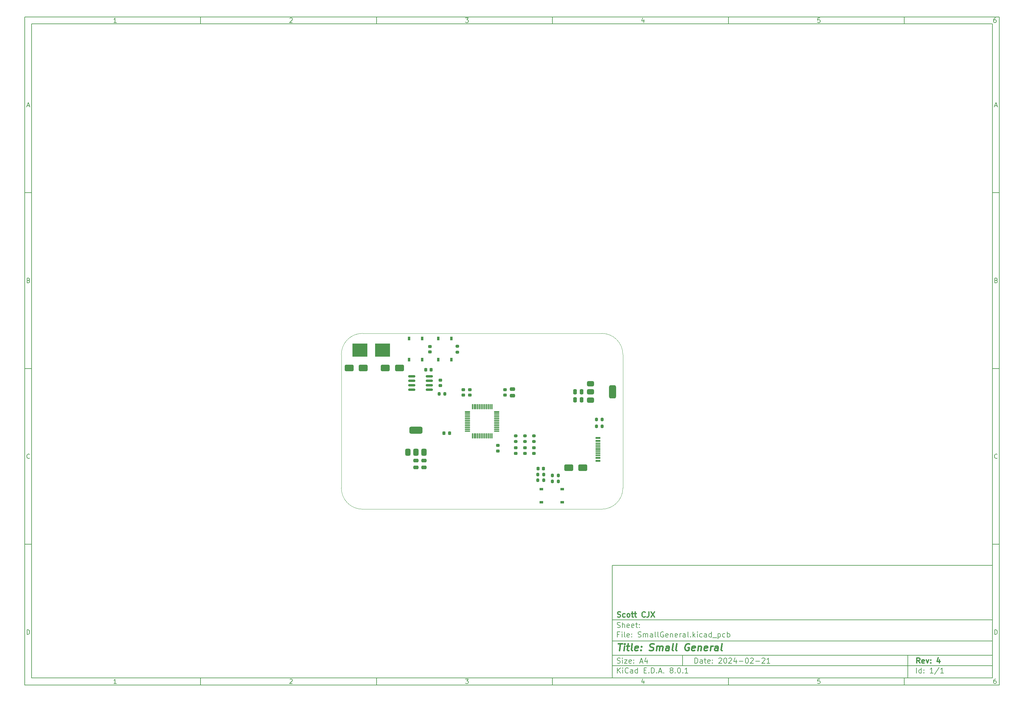
<source format=gbr>
%TF.GenerationSoftware,KiCad,Pcbnew,8.0.1*%
%TF.CreationDate,2024-03-19T23:03:32+08:00*%
%TF.ProjectId,SmallGeneral,536d616c-6c47-4656-9e65-72616c2e6b69,4*%
%TF.SameCoordinates,Original*%
%TF.FileFunction,Paste,Top*%
%TF.FilePolarity,Positive*%
%FSLAX46Y46*%
G04 Gerber Fmt 4.6, Leading zero omitted, Abs format (unit mm)*
G04 Created by KiCad (PCBNEW 8.0.1) date 2024-03-19 23:03:32*
%MOMM*%
%LPD*%
G01*
G04 APERTURE LIST*
G04 Aperture macros list*
%AMRoundRect*
0 Rectangle with rounded corners*
0 $1 Rounding radius*
0 $2 $3 $4 $5 $6 $7 $8 $9 X,Y pos of 4 corners*
0 Add a 4 corners polygon primitive as box body*
4,1,4,$2,$3,$4,$5,$6,$7,$8,$9,$2,$3,0*
0 Add four circle primitives for the rounded corners*
1,1,$1+$1,$2,$3*
1,1,$1+$1,$4,$5*
1,1,$1+$1,$6,$7*
1,1,$1+$1,$8,$9*
0 Add four rect primitives between the rounded corners*
20,1,$1+$1,$2,$3,$4,$5,0*
20,1,$1+$1,$4,$5,$6,$7,0*
20,1,$1+$1,$6,$7,$8,$9,0*
20,1,$1+$1,$8,$9,$2,$3,0*%
G04 Aperture macros list end*
%ADD10C,0.100000*%
%ADD11C,0.150000*%
%ADD12C,0.300000*%
%ADD13C,0.400000*%
%ADD14RoundRect,0.250000X0.475000X-0.250000X0.475000X0.250000X-0.475000X0.250000X-0.475000X-0.250000X0*%
%ADD15RoundRect,0.250000X-0.475000X0.250000X-0.475000X-0.250000X0.475000X-0.250000X0.475000X0.250000X0*%
%ADD16RoundRect,0.200000X0.200000X0.275000X-0.200000X0.275000X-0.200000X-0.275000X0.200000X-0.275000X0*%
%ADD17RoundRect,0.250000X-1.000000X-0.650000X1.000000X-0.650000X1.000000X0.650000X-1.000000X0.650000X0*%
%ADD18RoundRect,0.075000X-0.662500X-0.075000X0.662500X-0.075000X0.662500X0.075000X-0.662500X0.075000X0*%
%ADD19RoundRect,0.075000X-0.075000X-0.662500X0.075000X-0.662500X0.075000X0.662500X-0.075000X0.662500X0*%
%ADD20RoundRect,0.225000X0.225000X0.250000X-0.225000X0.250000X-0.225000X-0.250000X0.225000X-0.250000X0*%
%ADD21RoundRect,0.225000X-0.250000X0.225000X-0.250000X-0.225000X0.250000X-0.225000X0.250000X0.225000X0*%
%ADD22RoundRect,0.225000X0.250000X-0.225000X0.250000X0.225000X-0.250000X0.225000X-0.250000X-0.225000X0*%
%ADD23RoundRect,0.218750X-0.256250X0.218750X-0.256250X-0.218750X0.256250X-0.218750X0.256250X0.218750X0*%
%ADD24RoundRect,0.225000X-0.225000X-0.250000X0.225000X-0.250000X0.225000X0.250000X-0.225000X0.250000X0*%
%ADD25RoundRect,0.150000X0.825000X0.150000X-0.825000X0.150000X-0.825000X-0.150000X0.825000X-0.150000X0*%
%ADD26R,0.750000X1.000000*%
%ADD27RoundRect,0.375000X0.375000X-0.625000X0.375000X0.625000X-0.375000X0.625000X-0.375000X-0.625000X0*%
%ADD28RoundRect,0.500000X1.400000X-0.500000X1.400000X0.500000X-1.400000X0.500000X-1.400000X-0.500000X0*%
%ADD29RoundRect,0.200000X0.275000X-0.200000X0.275000X0.200000X-0.275000X0.200000X-0.275000X-0.200000X0*%
%ADD30R,4.240000X3.810000*%
%ADD31R,1.450000X0.600000*%
%ADD32R,1.450000X0.300000*%
%ADD33R,1.000000X0.750000*%
%ADD34RoundRect,0.200000X-0.200000X-0.275000X0.200000X-0.275000X0.200000X0.275000X-0.200000X0.275000X0*%
%ADD35RoundRect,0.250000X0.250000X0.475000X-0.250000X0.475000X-0.250000X-0.475000X0.250000X-0.475000X0*%
%ADD36RoundRect,0.250000X1.000000X0.650000X-1.000000X0.650000X-1.000000X-0.650000X1.000000X-0.650000X0*%
%ADD37RoundRect,0.375000X-0.625000X-0.375000X0.625000X-0.375000X0.625000X0.375000X-0.625000X0.375000X0*%
%ADD38RoundRect,0.500000X-0.500000X-1.400000X0.500000X-1.400000X0.500000X1.400000X-0.500000X1.400000X0*%
%TA.AperFunction,Profile*%
%ADD39C,0.100000*%
%TD*%
G04 APERTURE END LIST*
D10*
D11*
X177002200Y-166007200D02*
X285002200Y-166007200D01*
X285002200Y-198007200D01*
X177002200Y-198007200D01*
X177002200Y-166007200D01*
D10*
D11*
X10000000Y-10000000D02*
X287002200Y-10000000D01*
X287002200Y-200007200D01*
X10000000Y-200007200D01*
X10000000Y-10000000D01*
D10*
D11*
X12000000Y-12000000D02*
X285002200Y-12000000D01*
X285002200Y-198007200D01*
X12000000Y-198007200D01*
X12000000Y-12000000D01*
D10*
D11*
X60000000Y-12000000D02*
X60000000Y-10000000D01*
D10*
D11*
X110000000Y-12000000D02*
X110000000Y-10000000D01*
D10*
D11*
X160000000Y-12000000D02*
X160000000Y-10000000D01*
D10*
D11*
X210000000Y-12000000D02*
X210000000Y-10000000D01*
D10*
D11*
X260000000Y-12000000D02*
X260000000Y-10000000D01*
D10*
D11*
X36089160Y-11593604D02*
X35346303Y-11593604D01*
X35717731Y-11593604D02*
X35717731Y-10293604D01*
X35717731Y-10293604D02*
X35593922Y-10479319D01*
X35593922Y-10479319D02*
X35470112Y-10603128D01*
X35470112Y-10603128D02*
X35346303Y-10665033D01*
D10*
D11*
X85346303Y-10417414D02*
X85408207Y-10355509D01*
X85408207Y-10355509D02*
X85532017Y-10293604D01*
X85532017Y-10293604D02*
X85841541Y-10293604D01*
X85841541Y-10293604D02*
X85965350Y-10355509D01*
X85965350Y-10355509D02*
X86027255Y-10417414D01*
X86027255Y-10417414D02*
X86089160Y-10541223D01*
X86089160Y-10541223D02*
X86089160Y-10665033D01*
X86089160Y-10665033D02*
X86027255Y-10850747D01*
X86027255Y-10850747D02*
X85284398Y-11593604D01*
X85284398Y-11593604D02*
X86089160Y-11593604D01*
D10*
D11*
X135284398Y-10293604D02*
X136089160Y-10293604D01*
X136089160Y-10293604D02*
X135655826Y-10788842D01*
X135655826Y-10788842D02*
X135841541Y-10788842D01*
X135841541Y-10788842D02*
X135965350Y-10850747D01*
X135965350Y-10850747D02*
X136027255Y-10912652D01*
X136027255Y-10912652D02*
X136089160Y-11036461D01*
X136089160Y-11036461D02*
X136089160Y-11345985D01*
X136089160Y-11345985D02*
X136027255Y-11469795D01*
X136027255Y-11469795D02*
X135965350Y-11531700D01*
X135965350Y-11531700D02*
X135841541Y-11593604D01*
X135841541Y-11593604D02*
X135470112Y-11593604D01*
X135470112Y-11593604D02*
X135346303Y-11531700D01*
X135346303Y-11531700D02*
X135284398Y-11469795D01*
D10*
D11*
X185965350Y-10726938D02*
X185965350Y-11593604D01*
X185655826Y-10231700D02*
X185346303Y-11160271D01*
X185346303Y-11160271D02*
X186151064Y-11160271D01*
D10*
D11*
X236027255Y-10293604D02*
X235408207Y-10293604D01*
X235408207Y-10293604D02*
X235346303Y-10912652D01*
X235346303Y-10912652D02*
X235408207Y-10850747D01*
X235408207Y-10850747D02*
X235532017Y-10788842D01*
X235532017Y-10788842D02*
X235841541Y-10788842D01*
X235841541Y-10788842D02*
X235965350Y-10850747D01*
X235965350Y-10850747D02*
X236027255Y-10912652D01*
X236027255Y-10912652D02*
X236089160Y-11036461D01*
X236089160Y-11036461D02*
X236089160Y-11345985D01*
X236089160Y-11345985D02*
X236027255Y-11469795D01*
X236027255Y-11469795D02*
X235965350Y-11531700D01*
X235965350Y-11531700D02*
X235841541Y-11593604D01*
X235841541Y-11593604D02*
X235532017Y-11593604D01*
X235532017Y-11593604D02*
X235408207Y-11531700D01*
X235408207Y-11531700D02*
X235346303Y-11469795D01*
D10*
D11*
X285965350Y-10293604D02*
X285717731Y-10293604D01*
X285717731Y-10293604D02*
X285593922Y-10355509D01*
X285593922Y-10355509D02*
X285532017Y-10417414D01*
X285532017Y-10417414D02*
X285408207Y-10603128D01*
X285408207Y-10603128D02*
X285346303Y-10850747D01*
X285346303Y-10850747D02*
X285346303Y-11345985D01*
X285346303Y-11345985D02*
X285408207Y-11469795D01*
X285408207Y-11469795D02*
X285470112Y-11531700D01*
X285470112Y-11531700D02*
X285593922Y-11593604D01*
X285593922Y-11593604D02*
X285841541Y-11593604D01*
X285841541Y-11593604D02*
X285965350Y-11531700D01*
X285965350Y-11531700D02*
X286027255Y-11469795D01*
X286027255Y-11469795D02*
X286089160Y-11345985D01*
X286089160Y-11345985D02*
X286089160Y-11036461D01*
X286089160Y-11036461D02*
X286027255Y-10912652D01*
X286027255Y-10912652D02*
X285965350Y-10850747D01*
X285965350Y-10850747D02*
X285841541Y-10788842D01*
X285841541Y-10788842D02*
X285593922Y-10788842D01*
X285593922Y-10788842D02*
X285470112Y-10850747D01*
X285470112Y-10850747D02*
X285408207Y-10912652D01*
X285408207Y-10912652D02*
X285346303Y-11036461D01*
D10*
D11*
X60000000Y-198007200D02*
X60000000Y-200007200D01*
D10*
D11*
X110000000Y-198007200D02*
X110000000Y-200007200D01*
D10*
D11*
X160000000Y-198007200D02*
X160000000Y-200007200D01*
D10*
D11*
X210000000Y-198007200D02*
X210000000Y-200007200D01*
D10*
D11*
X260000000Y-198007200D02*
X260000000Y-200007200D01*
D10*
D11*
X36089160Y-199600804D02*
X35346303Y-199600804D01*
X35717731Y-199600804D02*
X35717731Y-198300804D01*
X35717731Y-198300804D02*
X35593922Y-198486519D01*
X35593922Y-198486519D02*
X35470112Y-198610328D01*
X35470112Y-198610328D02*
X35346303Y-198672233D01*
D10*
D11*
X85346303Y-198424614D02*
X85408207Y-198362709D01*
X85408207Y-198362709D02*
X85532017Y-198300804D01*
X85532017Y-198300804D02*
X85841541Y-198300804D01*
X85841541Y-198300804D02*
X85965350Y-198362709D01*
X85965350Y-198362709D02*
X86027255Y-198424614D01*
X86027255Y-198424614D02*
X86089160Y-198548423D01*
X86089160Y-198548423D02*
X86089160Y-198672233D01*
X86089160Y-198672233D02*
X86027255Y-198857947D01*
X86027255Y-198857947D02*
X85284398Y-199600804D01*
X85284398Y-199600804D02*
X86089160Y-199600804D01*
D10*
D11*
X135284398Y-198300804D02*
X136089160Y-198300804D01*
X136089160Y-198300804D02*
X135655826Y-198796042D01*
X135655826Y-198796042D02*
X135841541Y-198796042D01*
X135841541Y-198796042D02*
X135965350Y-198857947D01*
X135965350Y-198857947D02*
X136027255Y-198919852D01*
X136027255Y-198919852D02*
X136089160Y-199043661D01*
X136089160Y-199043661D02*
X136089160Y-199353185D01*
X136089160Y-199353185D02*
X136027255Y-199476995D01*
X136027255Y-199476995D02*
X135965350Y-199538900D01*
X135965350Y-199538900D02*
X135841541Y-199600804D01*
X135841541Y-199600804D02*
X135470112Y-199600804D01*
X135470112Y-199600804D02*
X135346303Y-199538900D01*
X135346303Y-199538900D02*
X135284398Y-199476995D01*
D10*
D11*
X185965350Y-198734138D02*
X185965350Y-199600804D01*
X185655826Y-198238900D02*
X185346303Y-199167471D01*
X185346303Y-199167471D02*
X186151064Y-199167471D01*
D10*
D11*
X236027255Y-198300804D02*
X235408207Y-198300804D01*
X235408207Y-198300804D02*
X235346303Y-198919852D01*
X235346303Y-198919852D02*
X235408207Y-198857947D01*
X235408207Y-198857947D02*
X235532017Y-198796042D01*
X235532017Y-198796042D02*
X235841541Y-198796042D01*
X235841541Y-198796042D02*
X235965350Y-198857947D01*
X235965350Y-198857947D02*
X236027255Y-198919852D01*
X236027255Y-198919852D02*
X236089160Y-199043661D01*
X236089160Y-199043661D02*
X236089160Y-199353185D01*
X236089160Y-199353185D02*
X236027255Y-199476995D01*
X236027255Y-199476995D02*
X235965350Y-199538900D01*
X235965350Y-199538900D02*
X235841541Y-199600804D01*
X235841541Y-199600804D02*
X235532017Y-199600804D01*
X235532017Y-199600804D02*
X235408207Y-199538900D01*
X235408207Y-199538900D02*
X235346303Y-199476995D01*
D10*
D11*
X285965350Y-198300804D02*
X285717731Y-198300804D01*
X285717731Y-198300804D02*
X285593922Y-198362709D01*
X285593922Y-198362709D02*
X285532017Y-198424614D01*
X285532017Y-198424614D02*
X285408207Y-198610328D01*
X285408207Y-198610328D02*
X285346303Y-198857947D01*
X285346303Y-198857947D02*
X285346303Y-199353185D01*
X285346303Y-199353185D02*
X285408207Y-199476995D01*
X285408207Y-199476995D02*
X285470112Y-199538900D01*
X285470112Y-199538900D02*
X285593922Y-199600804D01*
X285593922Y-199600804D02*
X285841541Y-199600804D01*
X285841541Y-199600804D02*
X285965350Y-199538900D01*
X285965350Y-199538900D02*
X286027255Y-199476995D01*
X286027255Y-199476995D02*
X286089160Y-199353185D01*
X286089160Y-199353185D02*
X286089160Y-199043661D01*
X286089160Y-199043661D02*
X286027255Y-198919852D01*
X286027255Y-198919852D02*
X285965350Y-198857947D01*
X285965350Y-198857947D02*
X285841541Y-198796042D01*
X285841541Y-198796042D02*
X285593922Y-198796042D01*
X285593922Y-198796042D02*
X285470112Y-198857947D01*
X285470112Y-198857947D02*
X285408207Y-198919852D01*
X285408207Y-198919852D02*
X285346303Y-199043661D01*
D10*
D11*
X10000000Y-60000000D02*
X12000000Y-60000000D01*
D10*
D11*
X10000000Y-110000000D02*
X12000000Y-110000000D01*
D10*
D11*
X10000000Y-160000000D02*
X12000000Y-160000000D01*
D10*
D11*
X10690476Y-35222176D02*
X11309523Y-35222176D01*
X10566666Y-35593604D02*
X10999999Y-34293604D01*
X10999999Y-34293604D02*
X11433333Y-35593604D01*
D10*
D11*
X11092857Y-84912652D02*
X11278571Y-84974557D01*
X11278571Y-84974557D02*
X11340476Y-85036461D01*
X11340476Y-85036461D02*
X11402380Y-85160271D01*
X11402380Y-85160271D02*
X11402380Y-85345985D01*
X11402380Y-85345985D02*
X11340476Y-85469795D01*
X11340476Y-85469795D02*
X11278571Y-85531700D01*
X11278571Y-85531700D02*
X11154761Y-85593604D01*
X11154761Y-85593604D02*
X10659523Y-85593604D01*
X10659523Y-85593604D02*
X10659523Y-84293604D01*
X10659523Y-84293604D02*
X11092857Y-84293604D01*
X11092857Y-84293604D02*
X11216666Y-84355509D01*
X11216666Y-84355509D02*
X11278571Y-84417414D01*
X11278571Y-84417414D02*
X11340476Y-84541223D01*
X11340476Y-84541223D02*
X11340476Y-84665033D01*
X11340476Y-84665033D02*
X11278571Y-84788842D01*
X11278571Y-84788842D02*
X11216666Y-84850747D01*
X11216666Y-84850747D02*
X11092857Y-84912652D01*
X11092857Y-84912652D02*
X10659523Y-84912652D01*
D10*
D11*
X11402380Y-135469795D02*
X11340476Y-135531700D01*
X11340476Y-135531700D02*
X11154761Y-135593604D01*
X11154761Y-135593604D02*
X11030952Y-135593604D01*
X11030952Y-135593604D02*
X10845238Y-135531700D01*
X10845238Y-135531700D02*
X10721428Y-135407890D01*
X10721428Y-135407890D02*
X10659523Y-135284080D01*
X10659523Y-135284080D02*
X10597619Y-135036461D01*
X10597619Y-135036461D02*
X10597619Y-134850747D01*
X10597619Y-134850747D02*
X10659523Y-134603128D01*
X10659523Y-134603128D02*
X10721428Y-134479319D01*
X10721428Y-134479319D02*
X10845238Y-134355509D01*
X10845238Y-134355509D02*
X11030952Y-134293604D01*
X11030952Y-134293604D02*
X11154761Y-134293604D01*
X11154761Y-134293604D02*
X11340476Y-134355509D01*
X11340476Y-134355509D02*
X11402380Y-134417414D01*
D10*
D11*
X10659523Y-185593604D02*
X10659523Y-184293604D01*
X10659523Y-184293604D02*
X10969047Y-184293604D01*
X10969047Y-184293604D02*
X11154761Y-184355509D01*
X11154761Y-184355509D02*
X11278571Y-184479319D01*
X11278571Y-184479319D02*
X11340476Y-184603128D01*
X11340476Y-184603128D02*
X11402380Y-184850747D01*
X11402380Y-184850747D02*
X11402380Y-185036461D01*
X11402380Y-185036461D02*
X11340476Y-185284080D01*
X11340476Y-185284080D02*
X11278571Y-185407890D01*
X11278571Y-185407890D02*
X11154761Y-185531700D01*
X11154761Y-185531700D02*
X10969047Y-185593604D01*
X10969047Y-185593604D02*
X10659523Y-185593604D01*
D10*
D11*
X287002200Y-60000000D02*
X285002200Y-60000000D01*
D10*
D11*
X287002200Y-110000000D02*
X285002200Y-110000000D01*
D10*
D11*
X287002200Y-160000000D02*
X285002200Y-160000000D01*
D10*
D11*
X285692676Y-35222176D02*
X286311723Y-35222176D01*
X285568866Y-35593604D02*
X286002199Y-34293604D01*
X286002199Y-34293604D02*
X286435533Y-35593604D01*
D10*
D11*
X286095057Y-84912652D02*
X286280771Y-84974557D01*
X286280771Y-84974557D02*
X286342676Y-85036461D01*
X286342676Y-85036461D02*
X286404580Y-85160271D01*
X286404580Y-85160271D02*
X286404580Y-85345985D01*
X286404580Y-85345985D02*
X286342676Y-85469795D01*
X286342676Y-85469795D02*
X286280771Y-85531700D01*
X286280771Y-85531700D02*
X286156961Y-85593604D01*
X286156961Y-85593604D02*
X285661723Y-85593604D01*
X285661723Y-85593604D02*
X285661723Y-84293604D01*
X285661723Y-84293604D02*
X286095057Y-84293604D01*
X286095057Y-84293604D02*
X286218866Y-84355509D01*
X286218866Y-84355509D02*
X286280771Y-84417414D01*
X286280771Y-84417414D02*
X286342676Y-84541223D01*
X286342676Y-84541223D02*
X286342676Y-84665033D01*
X286342676Y-84665033D02*
X286280771Y-84788842D01*
X286280771Y-84788842D02*
X286218866Y-84850747D01*
X286218866Y-84850747D02*
X286095057Y-84912652D01*
X286095057Y-84912652D02*
X285661723Y-84912652D01*
D10*
D11*
X286404580Y-135469795D02*
X286342676Y-135531700D01*
X286342676Y-135531700D02*
X286156961Y-135593604D01*
X286156961Y-135593604D02*
X286033152Y-135593604D01*
X286033152Y-135593604D02*
X285847438Y-135531700D01*
X285847438Y-135531700D02*
X285723628Y-135407890D01*
X285723628Y-135407890D02*
X285661723Y-135284080D01*
X285661723Y-135284080D02*
X285599819Y-135036461D01*
X285599819Y-135036461D02*
X285599819Y-134850747D01*
X285599819Y-134850747D02*
X285661723Y-134603128D01*
X285661723Y-134603128D02*
X285723628Y-134479319D01*
X285723628Y-134479319D02*
X285847438Y-134355509D01*
X285847438Y-134355509D02*
X286033152Y-134293604D01*
X286033152Y-134293604D02*
X286156961Y-134293604D01*
X286156961Y-134293604D02*
X286342676Y-134355509D01*
X286342676Y-134355509D02*
X286404580Y-134417414D01*
D10*
D11*
X285661723Y-185593604D02*
X285661723Y-184293604D01*
X285661723Y-184293604D02*
X285971247Y-184293604D01*
X285971247Y-184293604D02*
X286156961Y-184355509D01*
X286156961Y-184355509D02*
X286280771Y-184479319D01*
X286280771Y-184479319D02*
X286342676Y-184603128D01*
X286342676Y-184603128D02*
X286404580Y-184850747D01*
X286404580Y-184850747D02*
X286404580Y-185036461D01*
X286404580Y-185036461D02*
X286342676Y-185284080D01*
X286342676Y-185284080D02*
X286280771Y-185407890D01*
X286280771Y-185407890D02*
X286156961Y-185531700D01*
X286156961Y-185531700D02*
X285971247Y-185593604D01*
X285971247Y-185593604D02*
X285661723Y-185593604D01*
D10*
D11*
X200458026Y-193793328D02*
X200458026Y-192293328D01*
X200458026Y-192293328D02*
X200815169Y-192293328D01*
X200815169Y-192293328D02*
X201029455Y-192364757D01*
X201029455Y-192364757D02*
X201172312Y-192507614D01*
X201172312Y-192507614D02*
X201243741Y-192650471D01*
X201243741Y-192650471D02*
X201315169Y-192936185D01*
X201315169Y-192936185D02*
X201315169Y-193150471D01*
X201315169Y-193150471D02*
X201243741Y-193436185D01*
X201243741Y-193436185D02*
X201172312Y-193579042D01*
X201172312Y-193579042D02*
X201029455Y-193721900D01*
X201029455Y-193721900D02*
X200815169Y-193793328D01*
X200815169Y-193793328D02*
X200458026Y-193793328D01*
X202600884Y-193793328D02*
X202600884Y-193007614D01*
X202600884Y-193007614D02*
X202529455Y-192864757D01*
X202529455Y-192864757D02*
X202386598Y-192793328D01*
X202386598Y-192793328D02*
X202100884Y-192793328D01*
X202100884Y-192793328D02*
X201958026Y-192864757D01*
X202600884Y-193721900D02*
X202458026Y-193793328D01*
X202458026Y-193793328D02*
X202100884Y-193793328D01*
X202100884Y-193793328D02*
X201958026Y-193721900D01*
X201958026Y-193721900D02*
X201886598Y-193579042D01*
X201886598Y-193579042D02*
X201886598Y-193436185D01*
X201886598Y-193436185D02*
X201958026Y-193293328D01*
X201958026Y-193293328D02*
X202100884Y-193221900D01*
X202100884Y-193221900D02*
X202458026Y-193221900D01*
X202458026Y-193221900D02*
X202600884Y-193150471D01*
X203100884Y-192793328D02*
X203672312Y-192793328D01*
X203315169Y-192293328D02*
X203315169Y-193579042D01*
X203315169Y-193579042D02*
X203386598Y-193721900D01*
X203386598Y-193721900D02*
X203529455Y-193793328D01*
X203529455Y-193793328D02*
X203672312Y-193793328D01*
X204743741Y-193721900D02*
X204600884Y-193793328D01*
X204600884Y-193793328D02*
X204315170Y-193793328D01*
X204315170Y-193793328D02*
X204172312Y-193721900D01*
X204172312Y-193721900D02*
X204100884Y-193579042D01*
X204100884Y-193579042D02*
X204100884Y-193007614D01*
X204100884Y-193007614D02*
X204172312Y-192864757D01*
X204172312Y-192864757D02*
X204315170Y-192793328D01*
X204315170Y-192793328D02*
X204600884Y-192793328D01*
X204600884Y-192793328D02*
X204743741Y-192864757D01*
X204743741Y-192864757D02*
X204815170Y-193007614D01*
X204815170Y-193007614D02*
X204815170Y-193150471D01*
X204815170Y-193150471D02*
X204100884Y-193293328D01*
X205458026Y-193650471D02*
X205529455Y-193721900D01*
X205529455Y-193721900D02*
X205458026Y-193793328D01*
X205458026Y-193793328D02*
X205386598Y-193721900D01*
X205386598Y-193721900D02*
X205458026Y-193650471D01*
X205458026Y-193650471D02*
X205458026Y-193793328D01*
X205458026Y-192864757D02*
X205529455Y-192936185D01*
X205529455Y-192936185D02*
X205458026Y-193007614D01*
X205458026Y-193007614D02*
X205386598Y-192936185D01*
X205386598Y-192936185D02*
X205458026Y-192864757D01*
X205458026Y-192864757D02*
X205458026Y-193007614D01*
X207243741Y-192436185D02*
X207315169Y-192364757D01*
X207315169Y-192364757D02*
X207458027Y-192293328D01*
X207458027Y-192293328D02*
X207815169Y-192293328D01*
X207815169Y-192293328D02*
X207958027Y-192364757D01*
X207958027Y-192364757D02*
X208029455Y-192436185D01*
X208029455Y-192436185D02*
X208100884Y-192579042D01*
X208100884Y-192579042D02*
X208100884Y-192721900D01*
X208100884Y-192721900D02*
X208029455Y-192936185D01*
X208029455Y-192936185D02*
X207172312Y-193793328D01*
X207172312Y-193793328D02*
X208100884Y-193793328D01*
X209029455Y-192293328D02*
X209172312Y-192293328D01*
X209172312Y-192293328D02*
X209315169Y-192364757D01*
X209315169Y-192364757D02*
X209386598Y-192436185D01*
X209386598Y-192436185D02*
X209458026Y-192579042D01*
X209458026Y-192579042D02*
X209529455Y-192864757D01*
X209529455Y-192864757D02*
X209529455Y-193221900D01*
X209529455Y-193221900D02*
X209458026Y-193507614D01*
X209458026Y-193507614D02*
X209386598Y-193650471D01*
X209386598Y-193650471D02*
X209315169Y-193721900D01*
X209315169Y-193721900D02*
X209172312Y-193793328D01*
X209172312Y-193793328D02*
X209029455Y-193793328D01*
X209029455Y-193793328D02*
X208886598Y-193721900D01*
X208886598Y-193721900D02*
X208815169Y-193650471D01*
X208815169Y-193650471D02*
X208743740Y-193507614D01*
X208743740Y-193507614D02*
X208672312Y-193221900D01*
X208672312Y-193221900D02*
X208672312Y-192864757D01*
X208672312Y-192864757D02*
X208743740Y-192579042D01*
X208743740Y-192579042D02*
X208815169Y-192436185D01*
X208815169Y-192436185D02*
X208886598Y-192364757D01*
X208886598Y-192364757D02*
X209029455Y-192293328D01*
X210100883Y-192436185D02*
X210172311Y-192364757D01*
X210172311Y-192364757D02*
X210315169Y-192293328D01*
X210315169Y-192293328D02*
X210672311Y-192293328D01*
X210672311Y-192293328D02*
X210815169Y-192364757D01*
X210815169Y-192364757D02*
X210886597Y-192436185D01*
X210886597Y-192436185D02*
X210958026Y-192579042D01*
X210958026Y-192579042D02*
X210958026Y-192721900D01*
X210958026Y-192721900D02*
X210886597Y-192936185D01*
X210886597Y-192936185D02*
X210029454Y-193793328D01*
X210029454Y-193793328D02*
X210958026Y-193793328D01*
X212243740Y-192793328D02*
X212243740Y-193793328D01*
X211886597Y-192221900D02*
X211529454Y-193293328D01*
X211529454Y-193293328D02*
X212458025Y-193293328D01*
X213029453Y-193221900D02*
X214172311Y-193221900D01*
X215172311Y-192293328D02*
X215315168Y-192293328D01*
X215315168Y-192293328D02*
X215458025Y-192364757D01*
X215458025Y-192364757D02*
X215529454Y-192436185D01*
X215529454Y-192436185D02*
X215600882Y-192579042D01*
X215600882Y-192579042D02*
X215672311Y-192864757D01*
X215672311Y-192864757D02*
X215672311Y-193221900D01*
X215672311Y-193221900D02*
X215600882Y-193507614D01*
X215600882Y-193507614D02*
X215529454Y-193650471D01*
X215529454Y-193650471D02*
X215458025Y-193721900D01*
X215458025Y-193721900D02*
X215315168Y-193793328D01*
X215315168Y-193793328D02*
X215172311Y-193793328D01*
X215172311Y-193793328D02*
X215029454Y-193721900D01*
X215029454Y-193721900D02*
X214958025Y-193650471D01*
X214958025Y-193650471D02*
X214886596Y-193507614D01*
X214886596Y-193507614D02*
X214815168Y-193221900D01*
X214815168Y-193221900D02*
X214815168Y-192864757D01*
X214815168Y-192864757D02*
X214886596Y-192579042D01*
X214886596Y-192579042D02*
X214958025Y-192436185D01*
X214958025Y-192436185D02*
X215029454Y-192364757D01*
X215029454Y-192364757D02*
X215172311Y-192293328D01*
X216243739Y-192436185D02*
X216315167Y-192364757D01*
X216315167Y-192364757D02*
X216458025Y-192293328D01*
X216458025Y-192293328D02*
X216815167Y-192293328D01*
X216815167Y-192293328D02*
X216958025Y-192364757D01*
X216958025Y-192364757D02*
X217029453Y-192436185D01*
X217029453Y-192436185D02*
X217100882Y-192579042D01*
X217100882Y-192579042D02*
X217100882Y-192721900D01*
X217100882Y-192721900D02*
X217029453Y-192936185D01*
X217029453Y-192936185D02*
X216172310Y-193793328D01*
X216172310Y-193793328D02*
X217100882Y-193793328D01*
X217743738Y-193221900D02*
X218886596Y-193221900D01*
X219529453Y-192436185D02*
X219600881Y-192364757D01*
X219600881Y-192364757D02*
X219743739Y-192293328D01*
X219743739Y-192293328D02*
X220100881Y-192293328D01*
X220100881Y-192293328D02*
X220243739Y-192364757D01*
X220243739Y-192364757D02*
X220315167Y-192436185D01*
X220315167Y-192436185D02*
X220386596Y-192579042D01*
X220386596Y-192579042D02*
X220386596Y-192721900D01*
X220386596Y-192721900D02*
X220315167Y-192936185D01*
X220315167Y-192936185D02*
X219458024Y-193793328D01*
X219458024Y-193793328D02*
X220386596Y-193793328D01*
X221815167Y-193793328D02*
X220958024Y-193793328D01*
X221386595Y-193793328D02*
X221386595Y-192293328D01*
X221386595Y-192293328D02*
X221243738Y-192507614D01*
X221243738Y-192507614D02*
X221100881Y-192650471D01*
X221100881Y-192650471D02*
X220958024Y-192721900D01*
D10*
D11*
X177002200Y-194507200D02*
X285002200Y-194507200D01*
D10*
D11*
X178458026Y-196593328D02*
X178458026Y-195093328D01*
X179315169Y-196593328D02*
X178672312Y-195736185D01*
X179315169Y-195093328D02*
X178458026Y-195950471D01*
X179958026Y-196593328D02*
X179958026Y-195593328D01*
X179958026Y-195093328D02*
X179886598Y-195164757D01*
X179886598Y-195164757D02*
X179958026Y-195236185D01*
X179958026Y-195236185D02*
X180029455Y-195164757D01*
X180029455Y-195164757D02*
X179958026Y-195093328D01*
X179958026Y-195093328D02*
X179958026Y-195236185D01*
X181529455Y-196450471D02*
X181458027Y-196521900D01*
X181458027Y-196521900D02*
X181243741Y-196593328D01*
X181243741Y-196593328D02*
X181100884Y-196593328D01*
X181100884Y-196593328D02*
X180886598Y-196521900D01*
X180886598Y-196521900D02*
X180743741Y-196379042D01*
X180743741Y-196379042D02*
X180672312Y-196236185D01*
X180672312Y-196236185D02*
X180600884Y-195950471D01*
X180600884Y-195950471D02*
X180600884Y-195736185D01*
X180600884Y-195736185D02*
X180672312Y-195450471D01*
X180672312Y-195450471D02*
X180743741Y-195307614D01*
X180743741Y-195307614D02*
X180886598Y-195164757D01*
X180886598Y-195164757D02*
X181100884Y-195093328D01*
X181100884Y-195093328D02*
X181243741Y-195093328D01*
X181243741Y-195093328D02*
X181458027Y-195164757D01*
X181458027Y-195164757D02*
X181529455Y-195236185D01*
X182815170Y-196593328D02*
X182815170Y-195807614D01*
X182815170Y-195807614D02*
X182743741Y-195664757D01*
X182743741Y-195664757D02*
X182600884Y-195593328D01*
X182600884Y-195593328D02*
X182315170Y-195593328D01*
X182315170Y-195593328D02*
X182172312Y-195664757D01*
X182815170Y-196521900D02*
X182672312Y-196593328D01*
X182672312Y-196593328D02*
X182315170Y-196593328D01*
X182315170Y-196593328D02*
X182172312Y-196521900D01*
X182172312Y-196521900D02*
X182100884Y-196379042D01*
X182100884Y-196379042D02*
X182100884Y-196236185D01*
X182100884Y-196236185D02*
X182172312Y-196093328D01*
X182172312Y-196093328D02*
X182315170Y-196021900D01*
X182315170Y-196021900D02*
X182672312Y-196021900D01*
X182672312Y-196021900D02*
X182815170Y-195950471D01*
X184172313Y-196593328D02*
X184172313Y-195093328D01*
X184172313Y-196521900D02*
X184029455Y-196593328D01*
X184029455Y-196593328D02*
X183743741Y-196593328D01*
X183743741Y-196593328D02*
X183600884Y-196521900D01*
X183600884Y-196521900D02*
X183529455Y-196450471D01*
X183529455Y-196450471D02*
X183458027Y-196307614D01*
X183458027Y-196307614D02*
X183458027Y-195879042D01*
X183458027Y-195879042D02*
X183529455Y-195736185D01*
X183529455Y-195736185D02*
X183600884Y-195664757D01*
X183600884Y-195664757D02*
X183743741Y-195593328D01*
X183743741Y-195593328D02*
X184029455Y-195593328D01*
X184029455Y-195593328D02*
X184172313Y-195664757D01*
X186029455Y-195807614D02*
X186529455Y-195807614D01*
X186743741Y-196593328D02*
X186029455Y-196593328D01*
X186029455Y-196593328D02*
X186029455Y-195093328D01*
X186029455Y-195093328D02*
X186743741Y-195093328D01*
X187386598Y-196450471D02*
X187458027Y-196521900D01*
X187458027Y-196521900D02*
X187386598Y-196593328D01*
X187386598Y-196593328D02*
X187315170Y-196521900D01*
X187315170Y-196521900D02*
X187386598Y-196450471D01*
X187386598Y-196450471D02*
X187386598Y-196593328D01*
X188100884Y-196593328D02*
X188100884Y-195093328D01*
X188100884Y-195093328D02*
X188458027Y-195093328D01*
X188458027Y-195093328D02*
X188672313Y-195164757D01*
X188672313Y-195164757D02*
X188815170Y-195307614D01*
X188815170Y-195307614D02*
X188886599Y-195450471D01*
X188886599Y-195450471D02*
X188958027Y-195736185D01*
X188958027Y-195736185D02*
X188958027Y-195950471D01*
X188958027Y-195950471D02*
X188886599Y-196236185D01*
X188886599Y-196236185D02*
X188815170Y-196379042D01*
X188815170Y-196379042D02*
X188672313Y-196521900D01*
X188672313Y-196521900D02*
X188458027Y-196593328D01*
X188458027Y-196593328D02*
X188100884Y-196593328D01*
X189600884Y-196450471D02*
X189672313Y-196521900D01*
X189672313Y-196521900D02*
X189600884Y-196593328D01*
X189600884Y-196593328D02*
X189529456Y-196521900D01*
X189529456Y-196521900D02*
X189600884Y-196450471D01*
X189600884Y-196450471D02*
X189600884Y-196593328D01*
X190243742Y-196164757D02*
X190958028Y-196164757D01*
X190100885Y-196593328D02*
X190600885Y-195093328D01*
X190600885Y-195093328D02*
X191100885Y-196593328D01*
X191600884Y-196450471D02*
X191672313Y-196521900D01*
X191672313Y-196521900D02*
X191600884Y-196593328D01*
X191600884Y-196593328D02*
X191529456Y-196521900D01*
X191529456Y-196521900D02*
X191600884Y-196450471D01*
X191600884Y-196450471D02*
X191600884Y-196593328D01*
X193672313Y-195736185D02*
X193529456Y-195664757D01*
X193529456Y-195664757D02*
X193458027Y-195593328D01*
X193458027Y-195593328D02*
X193386599Y-195450471D01*
X193386599Y-195450471D02*
X193386599Y-195379042D01*
X193386599Y-195379042D02*
X193458027Y-195236185D01*
X193458027Y-195236185D02*
X193529456Y-195164757D01*
X193529456Y-195164757D02*
X193672313Y-195093328D01*
X193672313Y-195093328D02*
X193958027Y-195093328D01*
X193958027Y-195093328D02*
X194100885Y-195164757D01*
X194100885Y-195164757D02*
X194172313Y-195236185D01*
X194172313Y-195236185D02*
X194243742Y-195379042D01*
X194243742Y-195379042D02*
X194243742Y-195450471D01*
X194243742Y-195450471D02*
X194172313Y-195593328D01*
X194172313Y-195593328D02*
X194100885Y-195664757D01*
X194100885Y-195664757D02*
X193958027Y-195736185D01*
X193958027Y-195736185D02*
X193672313Y-195736185D01*
X193672313Y-195736185D02*
X193529456Y-195807614D01*
X193529456Y-195807614D02*
X193458027Y-195879042D01*
X193458027Y-195879042D02*
X193386599Y-196021900D01*
X193386599Y-196021900D02*
X193386599Y-196307614D01*
X193386599Y-196307614D02*
X193458027Y-196450471D01*
X193458027Y-196450471D02*
X193529456Y-196521900D01*
X193529456Y-196521900D02*
X193672313Y-196593328D01*
X193672313Y-196593328D02*
X193958027Y-196593328D01*
X193958027Y-196593328D02*
X194100885Y-196521900D01*
X194100885Y-196521900D02*
X194172313Y-196450471D01*
X194172313Y-196450471D02*
X194243742Y-196307614D01*
X194243742Y-196307614D02*
X194243742Y-196021900D01*
X194243742Y-196021900D02*
X194172313Y-195879042D01*
X194172313Y-195879042D02*
X194100885Y-195807614D01*
X194100885Y-195807614D02*
X193958027Y-195736185D01*
X194886598Y-196450471D02*
X194958027Y-196521900D01*
X194958027Y-196521900D02*
X194886598Y-196593328D01*
X194886598Y-196593328D02*
X194815170Y-196521900D01*
X194815170Y-196521900D02*
X194886598Y-196450471D01*
X194886598Y-196450471D02*
X194886598Y-196593328D01*
X195886599Y-195093328D02*
X196029456Y-195093328D01*
X196029456Y-195093328D02*
X196172313Y-195164757D01*
X196172313Y-195164757D02*
X196243742Y-195236185D01*
X196243742Y-195236185D02*
X196315170Y-195379042D01*
X196315170Y-195379042D02*
X196386599Y-195664757D01*
X196386599Y-195664757D02*
X196386599Y-196021900D01*
X196386599Y-196021900D02*
X196315170Y-196307614D01*
X196315170Y-196307614D02*
X196243742Y-196450471D01*
X196243742Y-196450471D02*
X196172313Y-196521900D01*
X196172313Y-196521900D02*
X196029456Y-196593328D01*
X196029456Y-196593328D02*
X195886599Y-196593328D01*
X195886599Y-196593328D02*
X195743742Y-196521900D01*
X195743742Y-196521900D02*
X195672313Y-196450471D01*
X195672313Y-196450471D02*
X195600884Y-196307614D01*
X195600884Y-196307614D02*
X195529456Y-196021900D01*
X195529456Y-196021900D02*
X195529456Y-195664757D01*
X195529456Y-195664757D02*
X195600884Y-195379042D01*
X195600884Y-195379042D02*
X195672313Y-195236185D01*
X195672313Y-195236185D02*
X195743742Y-195164757D01*
X195743742Y-195164757D02*
X195886599Y-195093328D01*
X197029455Y-196450471D02*
X197100884Y-196521900D01*
X197100884Y-196521900D02*
X197029455Y-196593328D01*
X197029455Y-196593328D02*
X196958027Y-196521900D01*
X196958027Y-196521900D02*
X197029455Y-196450471D01*
X197029455Y-196450471D02*
X197029455Y-196593328D01*
X198529456Y-196593328D02*
X197672313Y-196593328D01*
X198100884Y-196593328D02*
X198100884Y-195093328D01*
X198100884Y-195093328D02*
X197958027Y-195307614D01*
X197958027Y-195307614D02*
X197815170Y-195450471D01*
X197815170Y-195450471D02*
X197672313Y-195521900D01*
D10*
D11*
X177002200Y-191507200D02*
X285002200Y-191507200D01*
D10*
D12*
X264413853Y-193785528D02*
X263913853Y-193071242D01*
X263556710Y-193785528D02*
X263556710Y-192285528D01*
X263556710Y-192285528D02*
X264128139Y-192285528D01*
X264128139Y-192285528D02*
X264270996Y-192356957D01*
X264270996Y-192356957D02*
X264342425Y-192428385D01*
X264342425Y-192428385D02*
X264413853Y-192571242D01*
X264413853Y-192571242D02*
X264413853Y-192785528D01*
X264413853Y-192785528D02*
X264342425Y-192928385D01*
X264342425Y-192928385D02*
X264270996Y-192999814D01*
X264270996Y-192999814D02*
X264128139Y-193071242D01*
X264128139Y-193071242D02*
X263556710Y-193071242D01*
X265628139Y-193714100D02*
X265485282Y-193785528D01*
X265485282Y-193785528D02*
X265199568Y-193785528D01*
X265199568Y-193785528D02*
X265056710Y-193714100D01*
X265056710Y-193714100D02*
X264985282Y-193571242D01*
X264985282Y-193571242D02*
X264985282Y-192999814D01*
X264985282Y-192999814D02*
X265056710Y-192856957D01*
X265056710Y-192856957D02*
X265199568Y-192785528D01*
X265199568Y-192785528D02*
X265485282Y-192785528D01*
X265485282Y-192785528D02*
X265628139Y-192856957D01*
X265628139Y-192856957D02*
X265699568Y-192999814D01*
X265699568Y-192999814D02*
X265699568Y-193142671D01*
X265699568Y-193142671D02*
X264985282Y-193285528D01*
X266199567Y-192785528D02*
X266556710Y-193785528D01*
X266556710Y-193785528D02*
X266913853Y-192785528D01*
X267485281Y-193642671D02*
X267556710Y-193714100D01*
X267556710Y-193714100D02*
X267485281Y-193785528D01*
X267485281Y-193785528D02*
X267413853Y-193714100D01*
X267413853Y-193714100D02*
X267485281Y-193642671D01*
X267485281Y-193642671D02*
X267485281Y-193785528D01*
X267485281Y-192856957D02*
X267556710Y-192928385D01*
X267556710Y-192928385D02*
X267485281Y-192999814D01*
X267485281Y-192999814D02*
X267413853Y-192928385D01*
X267413853Y-192928385D02*
X267485281Y-192856957D01*
X267485281Y-192856957D02*
X267485281Y-192999814D01*
X269985282Y-192785528D02*
X269985282Y-193785528D01*
X269628139Y-192214100D02*
X269270996Y-193285528D01*
X269270996Y-193285528D02*
X270199567Y-193285528D01*
D10*
D11*
X178386598Y-193721900D02*
X178600884Y-193793328D01*
X178600884Y-193793328D02*
X178958026Y-193793328D01*
X178958026Y-193793328D02*
X179100884Y-193721900D01*
X179100884Y-193721900D02*
X179172312Y-193650471D01*
X179172312Y-193650471D02*
X179243741Y-193507614D01*
X179243741Y-193507614D02*
X179243741Y-193364757D01*
X179243741Y-193364757D02*
X179172312Y-193221900D01*
X179172312Y-193221900D02*
X179100884Y-193150471D01*
X179100884Y-193150471D02*
X178958026Y-193079042D01*
X178958026Y-193079042D02*
X178672312Y-193007614D01*
X178672312Y-193007614D02*
X178529455Y-192936185D01*
X178529455Y-192936185D02*
X178458026Y-192864757D01*
X178458026Y-192864757D02*
X178386598Y-192721900D01*
X178386598Y-192721900D02*
X178386598Y-192579042D01*
X178386598Y-192579042D02*
X178458026Y-192436185D01*
X178458026Y-192436185D02*
X178529455Y-192364757D01*
X178529455Y-192364757D02*
X178672312Y-192293328D01*
X178672312Y-192293328D02*
X179029455Y-192293328D01*
X179029455Y-192293328D02*
X179243741Y-192364757D01*
X179886597Y-193793328D02*
X179886597Y-192793328D01*
X179886597Y-192293328D02*
X179815169Y-192364757D01*
X179815169Y-192364757D02*
X179886597Y-192436185D01*
X179886597Y-192436185D02*
X179958026Y-192364757D01*
X179958026Y-192364757D02*
X179886597Y-192293328D01*
X179886597Y-192293328D02*
X179886597Y-192436185D01*
X180458026Y-192793328D02*
X181243741Y-192793328D01*
X181243741Y-192793328D02*
X180458026Y-193793328D01*
X180458026Y-193793328D02*
X181243741Y-193793328D01*
X182386598Y-193721900D02*
X182243741Y-193793328D01*
X182243741Y-193793328D02*
X181958027Y-193793328D01*
X181958027Y-193793328D02*
X181815169Y-193721900D01*
X181815169Y-193721900D02*
X181743741Y-193579042D01*
X181743741Y-193579042D02*
X181743741Y-193007614D01*
X181743741Y-193007614D02*
X181815169Y-192864757D01*
X181815169Y-192864757D02*
X181958027Y-192793328D01*
X181958027Y-192793328D02*
X182243741Y-192793328D01*
X182243741Y-192793328D02*
X182386598Y-192864757D01*
X182386598Y-192864757D02*
X182458027Y-193007614D01*
X182458027Y-193007614D02*
X182458027Y-193150471D01*
X182458027Y-193150471D02*
X181743741Y-193293328D01*
X183100883Y-193650471D02*
X183172312Y-193721900D01*
X183172312Y-193721900D02*
X183100883Y-193793328D01*
X183100883Y-193793328D02*
X183029455Y-193721900D01*
X183029455Y-193721900D02*
X183100883Y-193650471D01*
X183100883Y-193650471D02*
X183100883Y-193793328D01*
X183100883Y-192864757D02*
X183172312Y-192936185D01*
X183172312Y-192936185D02*
X183100883Y-193007614D01*
X183100883Y-193007614D02*
X183029455Y-192936185D01*
X183029455Y-192936185D02*
X183100883Y-192864757D01*
X183100883Y-192864757D02*
X183100883Y-193007614D01*
X184886598Y-193364757D02*
X185600884Y-193364757D01*
X184743741Y-193793328D02*
X185243741Y-192293328D01*
X185243741Y-192293328D02*
X185743741Y-193793328D01*
X186886598Y-192793328D02*
X186886598Y-193793328D01*
X186529455Y-192221900D02*
X186172312Y-193293328D01*
X186172312Y-193293328D02*
X187100883Y-193293328D01*
D10*
D11*
X263458026Y-196593328D02*
X263458026Y-195093328D01*
X264815170Y-196593328D02*
X264815170Y-195093328D01*
X264815170Y-196521900D02*
X264672312Y-196593328D01*
X264672312Y-196593328D02*
X264386598Y-196593328D01*
X264386598Y-196593328D02*
X264243741Y-196521900D01*
X264243741Y-196521900D02*
X264172312Y-196450471D01*
X264172312Y-196450471D02*
X264100884Y-196307614D01*
X264100884Y-196307614D02*
X264100884Y-195879042D01*
X264100884Y-195879042D02*
X264172312Y-195736185D01*
X264172312Y-195736185D02*
X264243741Y-195664757D01*
X264243741Y-195664757D02*
X264386598Y-195593328D01*
X264386598Y-195593328D02*
X264672312Y-195593328D01*
X264672312Y-195593328D02*
X264815170Y-195664757D01*
X265529455Y-196450471D02*
X265600884Y-196521900D01*
X265600884Y-196521900D02*
X265529455Y-196593328D01*
X265529455Y-196593328D02*
X265458027Y-196521900D01*
X265458027Y-196521900D02*
X265529455Y-196450471D01*
X265529455Y-196450471D02*
X265529455Y-196593328D01*
X265529455Y-195664757D02*
X265600884Y-195736185D01*
X265600884Y-195736185D02*
X265529455Y-195807614D01*
X265529455Y-195807614D02*
X265458027Y-195736185D01*
X265458027Y-195736185D02*
X265529455Y-195664757D01*
X265529455Y-195664757D02*
X265529455Y-195807614D01*
X268172313Y-196593328D02*
X267315170Y-196593328D01*
X267743741Y-196593328D02*
X267743741Y-195093328D01*
X267743741Y-195093328D02*
X267600884Y-195307614D01*
X267600884Y-195307614D02*
X267458027Y-195450471D01*
X267458027Y-195450471D02*
X267315170Y-195521900D01*
X269886598Y-195021900D02*
X268600884Y-196950471D01*
X271172313Y-196593328D02*
X270315170Y-196593328D01*
X270743741Y-196593328D02*
X270743741Y-195093328D01*
X270743741Y-195093328D02*
X270600884Y-195307614D01*
X270600884Y-195307614D02*
X270458027Y-195450471D01*
X270458027Y-195450471D02*
X270315170Y-195521900D01*
D10*
D11*
X177002200Y-187507200D02*
X285002200Y-187507200D01*
D10*
D13*
X178693928Y-188211638D02*
X179836785Y-188211638D01*
X179015357Y-190211638D02*
X179265357Y-188211638D01*
X180253452Y-190211638D02*
X180420119Y-188878304D01*
X180503452Y-188211638D02*
X180396309Y-188306876D01*
X180396309Y-188306876D02*
X180479643Y-188402114D01*
X180479643Y-188402114D02*
X180586786Y-188306876D01*
X180586786Y-188306876D02*
X180503452Y-188211638D01*
X180503452Y-188211638D02*
X180479643Y-188402114D01*
X181086786Y-188878304D02*
X181848690Y-188878304D01*
X181455833Y-188211638D02*
X181241548Y-189925923D01*
X181241548Y-189925923D02*
X181312976Y-190116400D01*
X181312976Y-190116400D02*
X181491548Y-190211638D01*
X181491548Y-190211638D02*
X181682024Y-190211638D01*
X182634405Y-190211638D02*
X182455833Y-190116400D01*
X182455833Y-190116400D02*
X182384405Y-189925923D01*
X182384405Y-189925923D02*
X182598690Y-188211638D01*
X184170119Y-190116400D02*
X183967738Y-190211638D01*
X183967738Y-190211638D02*
X183586785Y-190211638D01*
X183586785Y-190211638D02*
X183408214Y-190116400D01*
X183408214Y-190116400D02*
X183336785Y-189925923D01*
X183336785Y-189925923D02*
X183432024Y-189164019D01*
X183432024Y-189164019D02*
X183551071Y-188973542D01*
X183551071Y-188973542D02*
X183753452Y-188878304D01*
X183753452Y-188878304D02*
X184134404Y-188878304D01*
X184134404Y-188878304D02*
X184312976Y-188973542D01*
X184312976Y-188973542D02*
X184384404Y-189164019D01*
X184384404Y-189164019D02*
X184360595Y-189354495D01*
X184360595Y-189354495D02*
X183384404Y-189544971D01*
X185134405Y-190021161D02*
X185217738Y-190116400D01*
X185217738Y-190116400D02*
X185110595Y-190211638D01*
X185110595Y-190211638D02*
X185027262Y-190116400D01*
X185027262Y-190116400D02*
X185134405Y-190021161D01*
X185134405Y-190021161D02*
X185110595Y-190211638D01*
X185265357Y-188973542D02*
X185348690Y-189068780D01*
X185348690Y-189068780D02*
X185241548Y-189164019D01*
X185241548Y-189164019D02*
X185158214Y-189068780D01*
X185158214Y-189068780D02*
X185265357Y-188973542D01*
X185265357Y-188973542D02*
X185241548Y-189164019D01*
X187503453Y-190116400D02*
X187777262Y-190211638D01*
X187777262Y-190211638D02*
X188253453Y-190211638D01*
X188253453Y-190211638D02*
X188455834Y-190116400D01*
X188455834Y-190116400D02*
X188562977Y-190021161D01*
X188562977Y-190021161D02*
X188682024Y-189830685D01*
X188682024Y-189830685D02*
X188705834Y-189640209D01*
X188705834Y-189640209D02*
X188634405Y-189449733D01*
X188634405Y-189449733D02*
X188551072Y-189354495D01*
X188551072Y-189354495D02*
X188372501Y-189259257D01*
X188372501Y-189259257D02*
X188003453Y-189164019D01*
X188003453Y-189164019D02*
X187824881Y-189068780D01*
X187824881Y-189068780D02*
X187741548Y-188973542D01*
X187741548Y-188973542D02*
X187670120Y-188783066D01*
X187670120Y-188783066D02*
X187693929Y-188592590D01*
X187693929Y-188592590D02*
X187812977Y-188402114D01*
X187812977Y-188402114D02*
X187920120Y-188306876D01*
X187920120Y-188306876D02*
X188122501Y-188211638D01*
X188122501Y-188211638D02*
X188598691Y-188211638D01*
X188598691Y-188211638D02*
X188872501Y-188306876D01*
X189491548Y-190211638D02*
X189658215Y-188878304D01*
X189634405Y-189068780D02*
X189741548Y-188973542D01*
X189741548Y-188973542D02*
X189943929Y-188878304D01*
X189943929Y-188878304D02*
X190229643Y-188878304D01*
X190229643Y-188878304D02*
X190408215Y-188973542D01*
X190408215Y-188973542D02*
X190479643Y-189164019D01*
X190479643Y-189164019D02*
X190348691Y-190211638D01*
X190479643Y-189164019D02*
X190598691Y-188973542D01*
X190598691Y-188973542D02*
X190801072Y-188878304D01*
X190801072Y-188878304D02*
X191086786Y-188878304D01*
X191086786Y-188878304D02*
X191265358Y-188973542D01*
X191265358Y-188973542D02*
X191336786Y-189164019D01*
X191336786Y-189164019D02*
X191205834Y-190211638D01*
X193015358Y-190211638D02*
X193146310Y-189164019D01*
X193146310Y-189164019D02*
X193074882Y-188973542D01*
X193074882Y-188973542D02*
X192896310Y-188878304D01*
X192896310Y-188878304D02*
X192515358Y-188878304D01*
X192515358Y-188878304D02*
X192312977Y-188973542D01*
X193027263Y-190116400D02*
X192824882Y-190211638D01*
X192824882Y-190211638D02*
X192348691Y-190211638D01*
X192348691Y-190211638D02*
X192170120Y-190116400D01*
X192170120Y-190116400D02*
X192098691Y-189925923D01*
X192098691Y-189925923D02*
X192122501Y-189735447D01*
X192122501Y-189735447D02*
X192241549Y-189544971D01*
X192241549Y-189544971D02*
X192443930Y-189449733D01*
X192443930Y-189449733D02*
X192920120Y-189449733D01*
X192920120Y-189449733D02*
X193122501Y-189354495D01*
X194253454Y-190211638D02*
X194074882Y-190116400D01*
X194074882Y-190116400D02*
X194003454Y-189925923D01*
X194003454Y-189925923D02*
X194217739Y-188211638D01*
X195301073Y-190211638D02*
X195122501Y-190116400D01*
X195122501Y-190116400D02*
X195051073Y-189925923D01*
X195051073Y-189925923D02*
X195265358Y-188211638D01*
X198872502Y-188306876D02*
X198693930Y-188211638D01*
X198693930Y-188211638D02*
X198408216Y-188211638D01*
X198408216Y-188211638D02*
X198110597Y-188306876D01*
X198110597Y-188306876D02*
X197896311Y-188497352D01*
X197896311Y-188497352D02*
X197777263Y-188687828D01*
X197777263Y-188687828D02*
X197634406Y-189068780D01*
X197634406Y-189068780D02*
X197598692Y-189354495D01*
X197598692Y-189354495D02*
X197646311Y-189735447D01*
X197646311Y-189735447D02*
X197717740Y-189925923D01*
X197717740Y-189925923D02*
X197884406Y-190116400D01*
X197884406Y-190116400D02*
X198158216Y-190211638D01*
X198158216Y-190211638D02*
X198348692Y-190211638D01*
X198348692Y-190211638D02*
X198646311Y-190116400D01*
X198646311Y-190116400D02*
X198753454Y-190021161D01*
X198753454Y-190021161D02*
X198836787Y-189354495D01*
X198836787Y-189354495D02*
X198455835Y-189354495D01*
X200360597Y-190116400D02*
X200158216Y-190211638D01*
X200158216Y-190211638D02*
X199777263Y-190211638D01*
X199777263Y-190211638D02*
X199598692Y-190116400D01*
X199598692Y-190116400D02*
X199527263Y-189925923D01*
X199527263Y-189925923D02*
X199622502Y-189164019D01*
X199622502Y-189164019D02*
X199741549Y-188973542D01*
X199741549Y-188973542D02*
X199943930Y-188878304D01*
X199943930Y-188878304D02*
X200324882Y-188878304D01*
X200324882Y-188878304D02*
X200503454Y-188973542D01*
X200503454Y-188973542D02*
X200574882Y-189164019D01*
X200574882Y-189164019D02*
X200551073Y-189354495D01*
X200551073Y-189354495D02*
X199574882Y-189544971D01*
X201467740Y-188878304D02*
X201301073Y-190211638D01*
X201443930Y-189068780D02*
X201551073Y-188973542D01*
X201551073Y-188973542D02*
X201753454Y-188878304D01*
X201753454Y-188878304D02*
X202039168Y-188878304D01*
X202039168Y-188878304D02*
X202217740Y-188973542D01*
X202217740Y-188973542D02*
X202289168Y-189164019D01*
X202289168Y-189164019D02*
X202158216Y-190211638D01*
X203884407Y-190116400D02*
X203682026Y-190211638D01*
X203682026Y-190211638D02*
X203301073Y-190211638D01*
X203301073Y-190211638D02*
X203122502Y-190116400D01*
X203122502Y-190116400D02*
X203051073Y-189925923D01*
X203051073Y-189925923D02*
X203146312Y-189164019D01*
X203146312Y-189164019D02*
X203265359Y-188973542D01*
X203265359Y-188973542D02*
X203467740Y-188878304D01*
X203467740Y-188878304D02*
X203848692Y-188878304D01*
X203848692Y-188878304D02*
X204027264Y-188973542D01*
X204027264Y-188973542D02*
X204098692Y-189164019D01*
X204098692Y-189164019D02*
X204074883Y-189354495D01*
X204074883Y-189354495D02*
X203098692Y-189544971D01*
X204824883Y-190211638D02*
X204991550Y-188878304D01*
X204943931Y-189259257D02*
X205062978Y-189068780D01*
X205062978Y-189068780D02*
X205170121Y-188973542D01*
X205170121Y-188973542D02*
X205372502Y-188878304D01*
X205372502Y-188878304D02*
X205562978Y-188878304D01*
X206920121Y-190211638D02*
X207051073Y-189164019D01*
X207051073Y-189164019D02*
X206979645Y-188973542D01*
X206979645Y-188973542D02*
X206801073Y-188878304D01*
X206801073Y-188878304D02*
X206420121Y-188878304D01*
X206420121Y-188878304D02*
X206217740Y-188973542D01*
X206932026Y-190116400D02*
X206729645Y-190211638D01*
X206729645Y-190211638D02*
X206253454Y-190211638D01*
X206253454Y-190211638D02*
X206074883Y-190116400D01*
X206074883Y-190116400D02*
X206003454Y-189925923D01*
X206003454Y-189925923D02*
X206027264Y-189735447D01*
X206027264Y-189735447D02*
X206146312Y-189544971D01*
X206146312Y-189544971D02*
X206348693Y-189449733D01*
X206348693Y-189449733D02*
X206824883Y-189449733D01*
X206824883Y-189449733D02*
X207027264Y-189354495D01*
X208158217Y-190211638D02*
X207979645Y-190116400D01*
X207979645Y-190116400D02*
X207908217Y-189925923D01*
X207908217Y-189925923D02*
X208122502Y-188211638D01*
D10*
D11*
X178958026Y-185607614D02*
X178458026Y-185607614D01*
X178458026Y-186393328D02*
X178458026Y-184893328D01*
X178458026Y-184893328D02*
X179172312Y-184893328D01*
X179743740Y-186393328D02*
X179743740Y-185393328D01*
X179743740Y-184893328D02*
X179672312Y-184964757D01*
X179672312Y-184964757D02*
X179743740Y-185036185D01*
X179743740Y-185036185D02*
X179815169Y-184964757D01*
X179815169Y-184964757D02*
X179743740Y-184893328D01*
X179743740Y-184893328D02*
X179743740Y-185036185D01*
X180672312Y-186393328D02*
X180529455Y-186321900D01*
X180529455Y-186321900D02*
X180458026Y-186179042D01*
X180458026Y-186179042D02*
X180458026Y-184893328D01*
X181815169Y-186321900D02*
X181672312Y-186393328D01*
X181672312Y-186393328D02*
X181386598Y-186393328D01*
X181386598Y-186393328D02*
X181243740Y-186321900D01*
X181243740Y-186321900D02*
X181172312Y-186179042D01*
X181172312Y-186179042D02*
X181172312Y-185607614D01*
X181172312Y-185607614D02*
X181243740Y-185464757D01*
X181243740Y-185464757D02*
X181386598Y-185393328D01*
X181386598Y-185393328D02*
X181672312Y-185393328D01*
X181672312Y-185393328D02*
X181815169Y-185464757D01*
X181815169Y-185464757D02*
X181886598Y-185607614D01*
X181886598Y-185607614D02*
X181886598Y-185750471D01*
X181886598Y-185750471D02*
X181172312Y-185893328D01*
X182529454Y-186250471D02*
X182600883Y-186321900D01*
X182600883Y-186321900D02*
X182529454Y-186393328D01*
X182529454Y-186393328D02*
X182458026Y-186321900D01*
X182458026Y-186321900D02*
X182529454Y-186250471D01*
X182529454Y-186250471D02*
X182529454Y-186393328D01*
X182529454Y-185464757D02*
X182600883Y-185536185D01*
X182600883Y-185536185D02*
X182529454Y-185607614D01*
X182529454Y-185607614D02*
X182458026Y-185536185D01*
X182458026Y-185536185D02*
X182529454Y-185464757D01*
X182529454Y-185464757D02*
X182529454Y-185607614D01*
X184315169Y-186321900D02*
X184529455Y-186393328D01*
X184529455Y-186393328D02*
X184886597Y-186393328D01*
X184886597Y-186393328D02*
X185029455Y-186321900D01*
X185029455Y-186321900D02*
X185100883Y-186250471D01*
X185100883Y-186250471D02*
X185172312Y-186107614D01*
X185172312Y-186107614D02*
X185172312Y-185964757D01*
X185172312Y-185964757D02*
X185100883Y-185821900D01*
X185100883Y-185821900D02*
X185029455Y-185750471D01*
X185029455Y-185750471D02*
X184886597Y-185679042D01*
X184886597Y-185679042D02*
X184600883Y-185607614D01*
X184600883Y-185607614D02*
X184458026Y-185536185D01*
X184458026Y-185536185D02*
X184386597Y-185464757D01*
X184386597Y-185464757D02*
X184315169Y-185321900D01*
X184315169Y-185321900D02*
X184315169Y-185179042D01*
X184315169Y-185179042D02*
X184386597Y-185036185D01*
X184386597Y-185036185D02*
X184458026Y-184964757D01*
X184458026Y-184964757D02*
X184600883Y-184893328D01*
X184600883Y-184893328D02*
X184958026Y-184893328D01*
X184958026Y-184893328D02*
X185172312Y-184964757D01*
X185815168Y-186393328D02*
X185815168Y-185393328D01*
X185815168Y-185536185D02*
X185886597Y-185464757D01*
X185886597Y-185464757D02*
X186029454Y-185393328D01*
X186029454Y-185393328D02*
X186243740Y-185393328D01*
X186243740Y-185393328D02*
X186386597Y-185464757D01*
X186386597Y-185464757D02*
X186458026Y-185607614D01*
X186458026Y-185607614D02*
X186458026Y-186393328D01*
X186458026Y-185607614D02*
X186529454Y-185464757D01*
X186529454Y-185464757D02*
X186672311Y-185393328D01*
X186672311Y-185393328D02*
X186886597Y-185393328D01*
X186886597Y-185393328D02*
X187029454Y-185464757D01*
X187029454Y-185464757D02*
X187100883Y-185607614D01*
X187100883Y-185607614D02*
X187100883Y-186393328D01*
X188458026Y-186393328D02*
X188458026Y-185607614D01*
X188458026Y-185607614D02*
X188386597Y-185464757D01*
X188386597Y-185464757D02*
X188243740Y-185393328D01*
X188243740Y-185393328D02*
X187958026Y-185393328D01*
X187958026Y-185393328D02*
X187815168Y-185464757D01*
X188458026Y-186321900D02*
X188315168Y-186393328D01*
X188315168Y-186393328D02*
X187958026Y-186393328D01*
X187958026Y-186393328D02*
X187815168Y-186321900D01*
X187815168Y-186321900D02*
X187743740Y-186179042D01*
X187743740Y-186179042D02*
X187743740Y-186036185D01*
X187743740Y-186036185D02*
X187815168Y-185893328D01*
X187815168Y-185893328D02*
X187958026Y-185821900D01*
X187958026Y-185821900D02*
X188315168Y-185821900D01*
X188315168Y-185821900D02*
X188458026Y-185750471D01*
X189386597Y-186393328D02*
X189243740Y-186321900D01*
X189243740Y-186321900D02*
X189172311Y-186179042D01*
X189172311Y-186179042D02*
X189172311Y-184893328D01*
X190172311Y-186393328D02*
X190029454Y-186321900D01*
X190029454Y-186321900D02*
X189958025Y-186179042D01*
X189958025Y-186179042D02*
X189958025Y-184893328D01*
X191529454Y-184964757D02*
X191386597Y-184893328D01*
X191386597Y-184893328D02*
X191172311Y-184893328D01*
X191172311Y-184893328D02*
X190958025Y-184964757D01*
X190958025Y-184964757D02*
X190815168Y-185107614D01*
X190815168Y-185107614D02*
X190743739Y-185250471D01*
X190743739Y-185250471D02*
X190672311Y-185536185D01*
X190672311Y-185536185D02*
X190672311Y-185750471D01*
X190672311Y-185750471D02*
X190743739Y-186036185D01*
X190743739Y-186036185D02*
X190815168Y-186179042D01*
X190815168Y-186179042D02*
X190958025Y-186321900D01*
X190958025Y-186321900D02*
X191172311Y-186393328D01*
X191172311Y-186393328D02*
X191315168Y-186393328D01*
X191315168Y-186393328D02*
X191529454Y-186321900D01*
X191529454Y-186321900D02*
X191600882Y-186250471D01*
X191600882Y-186250471D02*
X191600882Y-185750471D01*
X191600882Y-185750471D02*
X191315168Y-185750471D01*
X192815168Y-186321900D02*
X192672311Y-186393328D01*
X192672311Y-186393328D02*
X192386597Y-186393328D01*
X192386597Y-186393328D02*
X192243739Y-186321900D01*
X192243739Y-186321900D02*
X192172311Y-186179042D01*
X192172311Y-186179042D02*
X192172311Y-185607614D01*
X192172311Y-185607614D02*
X192243739Y-185464757D01*
X192243739Y-185464757D02*
X192386597Y-185393328D01*
X192386597Y-185393328D02*
X192672311Y-185393328D01*
X192672311Y-185393328D02*
X192815168Y-185464757D01*
X192815168Y-185464757D02*
X192886597Y-185607614D01*
X192886597Y-185607614D02*
X192886597Y-185750471D01*
X192886597Y-185750471D02*
X192172311Y-185893328D01*
X193529453Y-185393328D02*
X193529453Y-186393328D01*
X193529453Y-185536185D02*
X193600882Y-185464757D01*
X193600882Y-185464757D02*
X193743739Y-185393328D01*
X193743739Y-185393328D02*
X193958025Y-185393328D01*
X193958025Y-185393328D02*
X194100882Y-185464757D01*
X194100882Y-185464757D02*
X194172311Y-185607614D01*
X194172311Y-185607614D02*
X194172311Y-186393328D01*
X195458025Y-186321900D02*
X195315168Y-186393328D01*
X195315168Y-186393328D02*
X195029454Y-186393328D01*
X195029454Y-186393328D02*
X194886596Y-186321900D01*
X194886596Y-186321900D02*
X194815168Y-186179042D01*
X194815168Y-186179042D02*
X194815168Y-185607614D01*
X194815168Y-185607614D02*
X194886596Y-185464757D01*
X194886596Y-185464757D02*
X195029454Y-185393328D01*
X195029454Y-185393328D02*
X195315168Y-185393328D01*
X195315168Y-185393328D02*
X195458025Y-185464757D01*
X195458025Y-185464757D02*
X195529454Y-185607614D01*
X195529454Y-185607614D02*
X195529454Y-185750471D01*
X195529454Y-185750471D02*
X194815168Y-185893328D01*
X196172310Y-186393328D02*
X196172310Y-185393328D01*
X196172310Y-185679042D02*
X196243739Y-185536185D01*
X196243739Y-185536185D02*
X196315168Y-185464757D01*
X196315168Y-185464757D02*
X196458025Y-185393328D01*
X196458025Y-185393328D02*
X196600882Y-185393328D01*
X197743739Y-186393328D02*
X197743739Y-185607614D01*
X197743739Y-185607614D02*
X197672310Y-185464757D01*
X197672310Y-185464757D02*
X197529453Y-185393328D01*
X197529453Y-185393328D02*
X197243739Y-185393328D01*
X197243739Y-185393328D02*
X197100881Y-185464757D01*
X197743739Y-186321900D02*
X197600881Y-186393328D01*
X197600881Y-186393328D02*
X197243739Y-186393328D01*
X197243739Y-186393328D02*
X197100881Y-186321900D01*
X197100881Y-186321900D02*
X197029453Y-186179042D01*
X197029453Y-186179042D02*
X197029453Y-186036185D01*
X197029453Y-186036185D02*
X197100881Y-185893328D01*
X197100881Y-185893328D02*
X197243739Y-185821900D01*
X197243739Y-185821900D02*
X197600881Y-185821900D01*
X197600881Y-185821900D02*
X197743739Y-185750471D01*
X198672310Y-186393328D02*
X198529453Y-186321900D01*
X198529453Y-186321900D02*
X198458024Y-186179042D01*
X198458024Y-186179042D02*
X198458024Y-184893328D01*
X199243738Y-186250471D02*
X199315167Y-186321900D01*
X199315167Y-186321900D02*
X199243738Y-186393328D01*
X199243738Y-186393328D02*
X199172310Y-186321900D01*
X199172310Y-186321900D02*
X199243738Y-186250471D01*
X199243738Y-186250471D02*
X199243738Y-186393328D01*
X199958024Y-186393328D02*
X199958024Y-184893328D01*
X200100882Y-185821900D02*
X200529453Y-186393328D01*
X200529453Y-185393328D02*
X199958024Y-185964757D01*
X201172310Y-186393328D02*
X201172310Y-185393328D01*
X201172310Y-184893328D02*
X201100882Y-184964757D01*
X201100882Y-184964757D02*
X201172310Y-185036185D01*
X201172310Y-185036185D02*
X201243739Y-184964757D01*
X201243739Y-184964757D02*
X201172310Y-184893328D01*
X201172310Y-184893328D02*
X201172310Y-185036185D01*
X202529454Y-186321900D02*
X202386596Y-186393328D01*
X202386596Y-186393328D02*
X202100882Y-186393328D01*
X202100882Y-186393328D02*
X201958025Y-186321900D01*
X201958025Y-186321900D02*
X201886596Y-186250471D01*
X201886596Y-186250471D02*
X201815168Y-186107614D01*
X201815168Y-186107614D02*
X201815168Y-185679042D01*
X201815168Y-185679042D02*
X201886596Y-185536185D01*
X201886596Y-185536185D02*
X201958025Y-185464757D01*
X201958025Y-185464757D02*
X202100882Y-185393328D01*
X202100882Y-185393328D02*
X202386596Y-185393328D01*
X202386596Y-185393328D02*
X202529454Y-185464757D01*
X203815168Y-186393328D02*
X203815168Y-185607614D01*
X203815168Y-185607614D02*
X203743739Y-185464757D01*
X203743739Y-185464757D02*
X203600882Y-185393328D01*
X203600882Y-185393328D02*
X203315168Y-185393328D01*
X203315168Y-185393328D02*
X203172310Y-185464757D01*
X203815168Y-186321900D02*
X203672310Y-186393328D01*
X203672310Y-186393328D02*
X203315168Y-186393328D01*
X203315168Y-186393328D02*
X203172310Y-186321900D01*
X203172310Y-186321900D02*
X203100882Y-186179042D01*
X203100882Y-186179042D02*
X203100882Y-186036185D01*
X203100882Y-186036185D02*
X203172310Y-185893328D01*
X203172310Y-185893328D02*
X203315168Y-185821900D01*
X203315168Y-185821900D02*
X203672310Y-185821900D01*
X203672310Y-185821900D02*
X203815168Y-185750471D01*
X205172311Y-186393328D02*
X205172311Y-184893328D01*
X205172311Y-186321900D02*
X205029453Y-186393328D01*
X205029453Y-186393328D02*
X204743739Y-186393328D01*
X204743739Y-186393328D02*
X204600882Y-186321900D01*
X204600882Y-186321900D02*
X204529453Y-186250471D01*
X204529453Y-186250471D02*
X204458025Y-186107614D01*
X204458025Y-186107614D02*
X204458025Y-185679042D01*
X204458025Y-185679042D02*
X204529453Y-185536185D01*
X204529453Y-185536185D02*
X204600882Y-185464757D01*
X204600882Y-185464757D02*
X204743739Y-185393328D01*
X204743739Y-185393328D02*
X205029453Y-185393328D01*
X205029453Y-185393328D02*
X205172311Y-185464757D01*
X205529454Y-186536185D02*
X206672311Y-186536185D01*
X207029453Y-185393328D02*
X207029453Y-186893328D01*
X207029453Y-185464757D02*
X207172311Y-185393328D01*
X207172311Y-185393328D02*
X207458025Y-185393328D01*
X207458025Y-185393328D02*
X207600882Y-185464757D01*
X207600882Y-185464757D02*
X207672311Y-185536185D01*
X207672311Y-185536185D02*
X207743739Y-185679042D01*
X207743739Y-185679042D02*
X207743739Y-186107614D01*
X207743739Y-186107614D02*
X207672311Y-186250471D01*
X207672311Y-186250471D02*
X207600882Y-186321900D01*
X207600882Y-186321900D02*
X207458025Y-186393328D01*
X207458025Y-186393328D02*
X207172311Y-186393328D01*
X207172311Y-186393328D02*
X207029453Y-186321900D01*
X209029454Y-186321900D02*
X208886596Y-186393328D01*
X208886596Y-186393328D02*
X208600882Y-186393328D01*
X208600882Y-186393328D02*
X208458025Y-186321900D01*
X208458025Y-186321900D02*
X208386596Y-186250471D01*
X208386596Y-186250471D02*
X208315168Y-186107614D01*
X208315168Y-186107614D02*
X208315168Y-185679042D01*
X208315168Y-185679042D02*
X208386596Y-185536185D01*
X208386596Y-185536185D02*
X208458025Y-185464757D01*
X208458025Y-185464757D02*
X208600882Y-185393328D01*
X208600882Y-185393328D02*
X208886596Y-185393328D01*
X208886596Y-185393328D02*
X209029454Y-185464757D01*
X209672310Y-186393328D02*
X209672310Y-184893328D01*
X209672310Y-185464757D02*
X209815168Y-185393328D01*
X209815168Y-185393328D02*
X210100882Y-185393328D01*
X210100882Y-185393328D02*
X210243739Y-185464757D01*
X210243739Y-185464757D02*
X210315168Y-185536185D01*
X210315168Y-185536185D02*
X210386596Y-185679042D01*
X210386596Y-185679042D02*
X210386596Y-186107614D01*
X210386596Y-186107614D02*
X210315168Y-186250471D01*
X210315168Y-186250471D02*
X210243739Y-186321900D01*
X210243739Y-186321900D02*
X210100882Y-186393328D01*
X210100882Y-186393328D02*
X209815168Y-186393328D01*
X209815168Y-186393328D02*
X209672310Y-186321900D01*
D10*
D11*
X177002200Y-181507200D02*
X285002200Y-181507200D01*
D10*
D11*
X178386598Y-183621900D02*
X178600884Y-183693328D01*
X178600884Y-183693328D02*
X178958026Y-183693328D01*
X178958026Y-183693328D02*
X179100884Y-183621900D01*
X179100884Y-183621900D02*
X179172312Y-183550471D01*
X179172312Y-183550471D02*
X179243741Y-183407614D01*
X179243741Y-183407614D02*
X179243741Y-183264757D01*
X179243741Y-183264757D02*
X179172312Y-183121900D01*
X179172312Y-183121900D02*
X179100884Y-183050471D01*
X179100884Y-183050471D02*
X178958026Y-182979042D01*
X178958026Y-182979042D02*
X178672312Y-182907614D01*
X178672312Y-182907614D02*
X178529455Y-182836185D01*
X178529455Y-182836185D02*
X178458026Y-182764757D01*
X178458026Y-182764757D02*
X178386598Y-182621900D01*
X178386598Y-182621900D02*
X178386598Y-182479042D01*
X178386598Y-182479042D02*
X178458026Y-182336185D01*
X178458026Y-182336185D02*
X178529455Y-182264757D01*
X178529455Y-182264757D02*
X178672312Y-182193328D01*
X178672312Y-182193328D02*
X179029455Y-182193328D01*
X179029455Y-182193328D02*
X179243741Y-182264757D01*
X179886597Y-183693328D02*
X179886597Y-182193328D01*
X180529455Y-183693328D02*
X180529455Y-182907614D01*
X180529455Y-182907614D02*
X180458026Y-182764757D01*
X180458026Y-182764757D02*
X180315169Y-182693328D01*
X180315169Y-182693328D02*
X180100883Y-182693328D01*
X180100883Y-182693328D02*
X179958026Y-182764757D01*
X179958026Y-182764757D02*
X179886597Y-182836185D01*
X181815169Y-183621900D02*
X181672312Y-183693328D01*
X181672312Y-183693328D02*
X181386598Y-183693328D01*
X181386598Y-183693328D02*
X181243740Y-183621900D01*
X181243740Y-183621900D02*
X181172312Y-183479042D01*
X181172312Y-183479042D02*
X181172312Y-182907614D01*
X181172312Y-182907614D02*
X181243740Y-182764757D01*
X181243740Y-182764757D02*
X181386598Y-182693328D01*
X181386598Y-182693328D02*
X181672312Y-182693328D01*
X181672312Y-182693328D02*
X181815169Y-182764757D01*
X181815169Y-182764757D02*
X181886598Y-182907614D01*
X181886598Y-182907614D02*
X181886598Y-183050471D01*
X181886598Y-183050471D02*
X181172312Y-183193328D01*
X183100883Y-183621900D02*
X182958026Y-183693328D01*
X182958026Y-183693328D02*
X182672312Y-183693328D01*
X182672312Y-183693328D02*
X182529454Y-183621900D01*
X182529454Y-183621900D02*
X182458026Y-183479042D01*
X182458026Y-183479042D02*
X182458026Y-182907614D01*
X182458026Y-182907614D02*
X182529454Y-182764757D01*
X182529454Y-182764757D02*
X182672312Y-182693328D01*
X182672312Y-182693328D02*
X182958026Y-182693328D01*
X182958026Y-182693328D02*
X183100883Y-182764757D01*
X183100883Y-182764757D02*
X183172312Y-182907614D01*
X183172312Y-182907614D02*
X183172312Y-183050471D01*
X183172312Y-183050471D02*
X182458026Y-183193328D01*
X183600883Y-182693328D02*
X184172311Y-182693328D01*
X183815168Y-182193328D02*
X183815168Y-183479042D01*
X183815168Y-183479042D02*
X183886597Y-183621900D01*
X183886597Y-183621900D02*
X184029454Y-183693328D01*
X184029454Y-183693328D02*
X184172311Y-183693328D01*
X184672311Y-183550471D02*
X184743740Y-183621900D01*
X184743740Y-183621900D02*
X184672311Y-183693328D01*
X184672311Y-183693328D02*
X184600883Y-183621900D01*
X184600883Y-183621900D02*
X184672311Y-183550471D01*
X184672311Y-183550471D02*
X184672311Y-183693328D01*
X184672311Y-182764757D02*
X184743740Y-182836185D01*
X184743740Y-182836185D02*
X184672311Y-182907614D01*
X184672311Y-182907614D02*
X184600883Y-182836185D01*
X184600883Y-182836185D02*
X184672311Y-182764757D01*
X184672311Y-182764757D02*
X184672311Y-182907614D01*
D10*
D12*
X178485282Y-180614100D02*
X178699568Y-180685528D01*
X178699568Y-180685528D02*
X179056710Y-180685528D01*
X179056710Y-180685528D02*
X179199568Y-180614100D01*
X179199568Y-180614100D02*
X179270996Y-180542671D01*
X179270996Y-180542671D02*
X179342425Y-180399814D01*
X179342425Y-180399814D02*
X179342425Y-180256957D01*
X179342425Y-180256957D02*
X179270996Y-180114100D01*
X179270996Y-180114100D02*
X179199568Y-180042671D01*
X179199568Y-180042671D02*
X179056710Y-179971242D01*
X179056710Y-179971242D02*
X178770996Y-179899814D01*
X178770996Y-179899814D02*
X178628139Y-179828385D01*
X178628139Y-179828385D02*
X178556710Y-179756957D01*
X178556710Y-179756957D02*
X178485282Y-179614100D01*
X178485282Y-179614100D02*
X178485282Y-179471242D01*
X178485282Y-179471242D02*
X178556710Y-179328385D01*
X178556710Y-179328385D02*
X178628139Y-179256957D01*
X178628139Y-179256957D02*
X178770996Y-179185528D01*
X178770996Y-179185528D02*
X179128139Y-179185528D01*
X179128139Y-179185528D02*
X179342425Y-179256957D01*
X180628139Y-180614100D02*
X180485281Y-180685528D01*
X180485281Y-180685528D02*
X180199567Y-180685528D01*
X180199567Y-180685528D02*
X180056710Y-180614100D01*
X180056710Y-180614100D02*
X179985281Y-180542671D01*
X179985281Y-180542671D02*
X179913853Y-180399814D01*
X179913853Y-180399814D02*
X179913853Y-179971242D01*
X179913853Y-179971242D02*
X179985281Y-179828385D01*
X179985281Y-179828385D02*
X180056710Y-179756957D01*
X180056710Y-179756957D02*
X180199567Y-179685528D01*
X180199567Y-179685528D02*
X180485281Y-179685528D01*
X180485281Y-179685528D02*
X180628139Y-179756957D01*
X181485281Y-180685528D02*
X181342424Y-180614100D01*
X181342424Y-180614100D02*
X181270995Y-180542671D01*
X181270995Y-180542671D02*
X181199567Y-180399814D01*
X181199567Y-180399814D02*
X181199567Y-179971242D01*
X181199567Y-179971242D02*
X181270995Y-179828385D01*
X181270995Y-179828385D02*
X181342424Y-179756957D01*
X181342424Y-179756957D02*
X181485281Y-179685528D01*
X181485281Y-179685528D02*
X181699567Y-179685528D01*
X181699567Y-179685528D02*
X181842424Y-179756957D01*
X181842424Y-179756957D02*
X181913853Y-179828385D01*
X181913853Y-179828385D02*
X181985281Y-179971242D01*
X181985281Y-179971242D02*
X181985281Y-180399814D01*
X181985281Y-180399814D02*
X181913853Y-180542671D01*
X181913853Y-180542671D02*
X181842424Y-180614100D01*
X181842424Y-180614100D02*
X181699567Y-180685528D01*
X181699567Y-180685528D02*
X181485281Y-180685528D01*
X182413853Y-179685528D02*
X182985281Y-179685528D01*
X182628138Y-179185528D02*
X182628138Y-180471242D01*
X182628138Y-180471242D02*
X182699567Y-180614100D01*
X182699567Y-180614100D02*
X182842424Y-180685528D01*
X182842424Y-180685528D02*
X182985281Y-180685528D01*
X183270996Y-179685528D02*
X183842424Y-179685528D01*
X183485281Y-179185528D02*
X183485281Y-180471242D01*
X183485281Y-180471242D02*
X183556710Y-180614100D01*
X183556710Y-180614100D02*
X183699567Y-180685528D01*
X183699567Y-180685528D02*
X183842424Y-180685528D01*
X186342424Y-180542671D02*
X186270996Y-180614100D01*
X186270996Y-180614100D02*
X186056710Y-180685528D01*
X186056710Y-180685528D02*
X185913853Y-180685528D01*
X185913853Y-180685528D02*
X185699567Y-180614100D01*
X185699567Y-180614100D02*
X185556710Y-180471242D01*
X185556710Y-180471242D02*
X185485281Y-180328385D01*
X185485281Y-180328385D02*
X185413853Y-180042671D01*
X185413853Y-180042671D02*
X185413853Y-179828385D01*
X185413853Y-179828385D02*
X185485281Y-179542671D01*
X185485281Y-179542671D02*
X185556710Y-179399814D01*
X185556710Y-179399814D02*
X185699567Y-179256957D01*
X185699567Y-179256957D02*
X185913853Y-179185528D01*
X185913853Y-179185528D02*
X186056710Y-179185528D01*
X186056710Y-179185528D02*
X186270996Y-179256957D01*
X186270996Y-179256957D02*
X186342424Y-179328385D01*
X187413853Y-179185528D02*
X187413853Y-180256957D01*
X187413853Y-180256957D02*
X187342424Y-180471242D01*
X187342424Y-180471242D02*
X187199567Y-180614100D01*
X187199567Y-180614100D02*
X186985281Y-180685528D01*
X186985281Y-180685528D02*
X186842424Y-180685528D01*
X187985281Y-179185528D02*
X188985281Y-180685528D01*
X188985281Y-179185528D02*
X187985281Y-180685528D01*
D10*
D11*
D10*
D11*
D10*
D11*
D10*
D11*
D10*
D11*
X197002200Y-191507200D02*
X197002200Y-194507200D01*
D10*
D11*
X261002200Y-191507200D02*
X261002200Y-198007200D01*
D14*
%TO.C,C101*%
X148600000Y-117750000D03*
X148600000Y-115850000D03*
%TD*%
D15*
%TO.C,C111*%
X123500001Y-136200000D03*
X123500001Y-138100000D03*
%TD*%
D16*
%TO.C,R109*%
X174136396Y-126410000D03*
X172486396Y-126410000D03*
%TD*%
D17*
%TO.C,D106*%
X112500000Y-109800000D03*
X116500000Y-109800000D03*
%TD*%
D18*
%TO.C,U101*%
X135837500Y-122250000D03*
X135837500Y-122750000D03*
X135837500Y-123250000D03*
X135837500Y-123750000D03*
X135837500Y-124250000D03*
X135837500Y-124750000D03*
X135837500Y-125250000D03*
X135837500Y-125750000D03*
X135837500Y-126250000D03*
X135837500Y-126750000D03*
X135837500Y-127250000D03*
X135837500Y-127750000D03*
D19*
X137250000Y-129162500D03*
X137750000Y-129162500D03*
X138250000Y-129162500D03*
X138750000Y-129162500D03*
X139250000Y-129162500D03*
X139750000Y-129162500D03*
X140250000Y-129162500D03*
X140750000Y-129162500D03*
X141250000Y-129162500D03*
X141750000Y-129162500D03*
X142250000Y-129162500D03*
X142750000Y-129162500D03*
D18*
X144162500Y-127750000D03*
X144162500Y-127250000D03*
X144162500Y-126750000D03*
X144162500Y-126250000D03*
X144162500Y-125750000D03*
X144162500Y-125250000D03*
X144162500Y-124750000D03*
X144162500Y-124250000D03*
X144162500Y-123750000D03*
X144162500Y-123250000D03*
X144162500Y-122750000D03*
X144162500Y-122250000D03*
D19*
X142750000Y-120837500D03*
X142250000Y-120837500D03*
X141750000Y-120837500D03*
X141250000Y-120837500D03*
X140750000Y-120837500D03*
X140250000Y-120837500D03*
X139750000Y-120837500D03*
X139250000Y-120837500D03*
X138750000Y-120837500D03*
X138250000Y-120837500D03*
X137750000Y-120837500D03*
X137250000Y-120837500D03*
%TD*%
D20*
%TO.C,C103*%
X130725000Y-128350000D03*
X129175000Y-128350000D03*
%TD*%
D16*
%TO.C,R103*%
X157475000Y-140150000D03*
X155825000Y-140150000D03*
%TD*%
D21*
%TO.C,C104*%
X144450000Y-131875000D03*
X144450000Y-133425000D03*
%TD*%
D22*
%TO.C,C109*%
X125200000Y-105275000D03*
X125200000Y-103725000D03*
%TD*%
D15*
%TO.C,C112*%
X121200000Y-136200000D03*
X121200000Y-138100000D03*
%TD*%
D23*
%TO.C,D101*%
X154750000Y-132550001D03*
X154750000Y-134125001D03*
%TD*%
D24*
%TO.C,C110*%
X155875000Y-138500000D03*
X157425000Y-138500000D03*
%TD*%
D22*
%TO.C,C105*%
X146500000Y-117575000D03*
X146500000Y-116025000D03*
%TD*%
D23*
%TO.C,D102*%
X152195000Y-132550001D03*
X152195000Y-134125001D03*
%TD*%
D25*
%TO.C,U102*%
X124975000Y-116002315D03*
X124975000Y-114732315D03*
X124975000Y-113462315D03*
X124975000Y-112192315D03*
X120025000Y-112192315D03*
X120025000Y-113462315D03*
X120025000Y-114732315D03*
X120025000Y-116002315D03*
%TD*%
D23*
%TO.C,D103*%
X149545000Y-132550001D03*
X149545000Y-134125001D03*
%TD*%
D26*
%TO.C,SW101*%
X131275000Y-101500000D03*
X131275000Y-107500000D03*
X127525000Y-101500000D03*
X127525000Y-107500000D03*
%TD*%
D17*
%TO.C,D104*%
X164600000Y-138200000D03*
X168600000Y-138200000D03*
%TD*%
D27*
%TO.C,U103*%
X118900000Y-133800001D03*
X121200000Y-133800001D03*
D28*
X121200000Y-127500001D03*
D27*
X123500000Y-133800001D03*
%TD*%
D29*
%TO.C,R105*%
X154745000Y-130767501D03*
X154745000Y-129117501D03*
%TD*%
D30*
%TO.C,F101*%
X105315000Y-104800000D03*
X111685000Y-104800000D03*
%TD*%
D31*
%TO.C,J101*%
X172955000Y-136250000D03*
X172955000Y-135450000D03*
D32*
X172955000Y-134250000D03*
X172955000Y-133250000D03*
X172955000Y-132750000D03*
X172955000Y-131750000D03*
D31*
X172955000Y-130550000D03*
X172955000Y-129750000D03*
X172955000Y-129750000D03*
X172955000Y-130550000D03*
D32*
X172955000Y-131250000D03*
X172955000Y-132250000D03*
X172955000Y-133750000D03*
X172955000Y-134750000D03*
D31*
X172955000Y-135450000D03*
X172955000Y-136250000D03*
%TD*%
D21*
%TO.C,C107*%
X128150000Y-113275000D03*
X128150000Y-114825000D03*
%TD*%
D33*
%TO.C,SW103*%
X156800000Y-144275000D03*
X162800000Y-144275000D03*
X156800000Y-148025000D03*
X162800000Y-148025000D03*
%TD*%
D16*
%TO.C,R108*%
X174136396Y-124500000D03*
X172486396Y-124500000D03*
%TD*%
D34*
%TO.C,R101*%
X127775000Y-117200000D03*
X129425000Y-117200000D03*
%TD*%
D29*
%TO.C,R107*%
X149545000Y-130767500D03*
X149545000Y-129117500D03*
%TD*%
D26*
%TO.C,SW102*%
X122975001Y-101500000D03*
X122975001Y-107500000D03*
X119225001Y-101500000D03*
X119225001Y-107500000D03*
%TD*%
D35*
%TO.C,C114*%
X168300000Y-116640000D03*
X166400000Y-116640000D03*
%TD*%
%TO.C,C113*%
X168300000Y-118940000D03*
X166400000Y-118940000D03*
%TD*%
D36*
%TO.C,D105*%
X106200000Y-109800000D03*
X102200000Y-109800000D03*
%TD*%
D37*
%TO.C,U104*%
X170800000Y-114350000D03*
X170800000Y-116650000D03*
D38*
X177100000Y-116650000D03*
D37*
X170800000Y-118950000D03*
%TD*%
D29*
%TO.C,R102*%
X133000000Y-105325000D03*
X133000000Y-103675000D03*
%TD*%
D34*
%TO.C,R104*%
X155825000Y-141800000D03*
X157475000Y-141800000D03*
%TD*%
D16*
%TO.C,R110*%
X161625000Y-140400000D03*
X159975000Y-140400000D03*
%TD*%
D22*
%TO.C,C102*%
X134650000Y-117575000D03*
X134650000Y-116025000D03*
%TD*%
D29*
%TO.C,R106*%
X152195000Y-130767500D03*
X152195000Y-129117500D03*
%TD*%
D24*
%TO.C,C108*%
X123950000Y-110350000D03*
X125500000Y-110350000D03*
%TD*%
D22*
%TO.C,C106*%
X136500000Y-117575000D03*
X136500000Y-116025000D03*
%TD*%
D34*
%TO.C,R111*%
X159975000Y-142100000D03*
X161625000Y-142100000D03*
%TD*%
D39*
%TO.C,SG101*%
X174000000Y-100000000D02*
X174000000Y-100000000D01*
G75*
G02*
X180000000Y-106000000I0J-6000000D01*
G01*
X180000000Y-144000000D01*
G75*
G02*
X174000000Y-150000000I-6000000J0D01*
G01*
X106000000Y-150000000D01*
G75*
G02*
X100000000Y-144000000I0J6000000D01*
G01*
X100000000Y-106000000D01*
G75*
G02*
X106000000Y-100000000I6000000J0D01*
G01*
X174000000Y-100000000D01*
%TD*%
M02*

</source>
